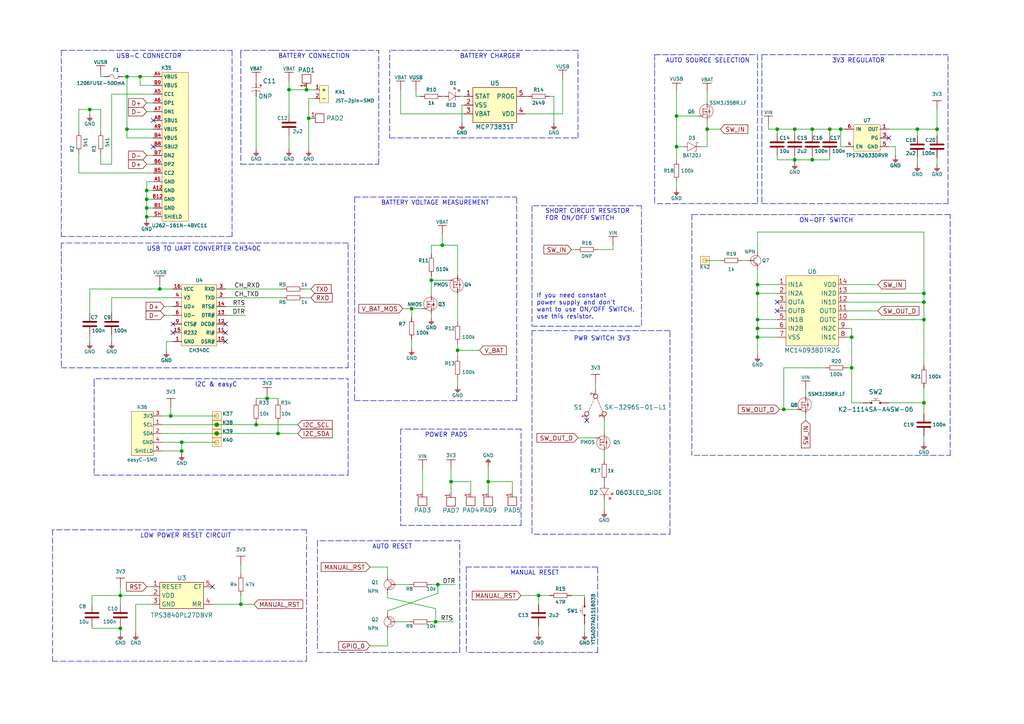
<source format=kicad_sch>
(kicad_sch (version 20211123) (generator eeschema)
  (paper "A4")
  (title_block (title "Soldered Inkplate 6COLOR") (date "2022-12-09") (rev "V1.2.0.") (company "SOLDERED") (comment 1 "333238"))
  (lib_symbols
    (symbol "e-radionica.com schematics:0402LED" (pin_numbers hide) (pin_names (offset 0.254) hide)
      (property "Reference" "D" (at -0.635 2.54 0))
      (property "Value" "0402LED" (at 0 -2.54 0))
      (symbol "0402LED_1_1"
        (pin passive line (at -1.905 0 0) (length 1.27) (name "A") (number "1"))
        (pin passive line (at 2.54 0 180) (length 1.27) (name "K") (number "2"))
      )
    )
    (symbol "e-radionica.com schematics:0603C" (pin_numbers hide) (pin_names (offset 0.002))
      (property "Reference" "C" (at 0 3.81 0))
      (property "Value" "0603C" (at 0 -3.175 0))
      (symbol "0603C_1_1"
        (pin passive line (at -3.175 0 0) (length 2.54) (name "~") (number "1"))
        (pin passive line (at 3.175 0 180) (length 2.54) (name "~") (number "2"))
      )
    )
    (symbol "e-radionica.com schematics:0603LED_SIDE" (pin_numbers hide) (pin_names hide)
      (property "Reference" "D" (at -1.27 2.54 0))
      (property "Value" "0603LED_SIDE" (at 0 -2.286 0))
      (symbol "0603LED_SIDE_1_1"
        (pin passive line (at -2.54 0 0) (length 1.27) (name "A") (number "1"))
        (pin passive line (at 1.905 0 180) (length 1.27) (name "K") (number "2"))
      )
    )
    (symbol "e-radionica.com schematics:0603R" (pin_numbers hide) (pin_names (offset 0.254))
      (property "Reference" "R" (at 0 1.27 0))
      (property "Value" "0603R" (at 0 -1.905 0))
      (symbol "0603R_1_1"
        (pin passive line (at -3.175 0 0) (length 1.27) (name "~") (number "1"))
        (pin passive line (at 3.175 0 180) (length 1.27) (name "~") (number "2"))
      )
    )
    (symbol "e-radionica.com schematics:1206C" (pin_numbers hide)
      (property "Reference" "C" (at 0 3.81 0))
      (property "Value" "1206C" (at 0 -3.175 0))
      (symbol "1206C_1_1"
        (pin passive line (at -3.175 0 0) (length 2.54) (name "~") (number "1"))
        (pin passive line (at 3.175 0 180) (length 2.54) (name "~") (number "2"))
      )
    )
    (symbol "e-radionica.com schematics:1206FUSE" (pin_numbers hide) (pin_names hide)
      (property "Reference" "F" (at -1.27 1.905 0))
      (property "Value" "1206FUSE" (at 0 -1.905 0))
      (symbol "1206FUSE_1_1"
        (pin passive line (at -2.54 0 0) (length 1.27) (name "~") (number "1"))
        (pin passive line (at 2.54 0 180) (length 1.27) (name "~") (number "2"))
      )
    )
    (symbol "e-radionica.com schematics:2917C" (pin_numbers hide) (pin_names hide)
      (property "Reference" "C?" (at 0 0 0))
      (property "Value" "2917C" (at 0 0 0))
      (symbol "2917C_0_0"
        (text "+" (at -0.635 -1.27 0) (effects (font (size 1 1))))
      )
      (symbol "2917C_1_1"
        (pin input line (at -1.27 -2.54 0) (length 1.27) (name "+") (number "1"))
        (pin input line (at 2.54 -2.54 180) (length 1.8) (name "-") (number "2"))
      )
    )
    (symbol "e-radionica.com schematics:3V3" (power) (pin_names (offset 0))
      (property "Value" "3V3" (at 0 3.556 0))
      (symbol "3V3_1_1"
        (pin power_in line (at 0 0 90) (length 0) hide (name "3V3") (number "1"))
      )
    )
    (symbol "e-radionica.com schematics:BAT20J" (pin_numbers hide) (pin_names hide)
      (property "Reference" "D" (at 0 2.54 0))
      (property "Value" "BAT20J" (at 0 -2.54 0))
      (symbol "BAT20J_1_1"
        (pin input line (at -2.54 0 0) (length 1.27) (name "A") (number "1"))
        (pin input line (at 2.54 0 180) (length 1.27) (name "C") (number "2"))
      )
    )
    (symbol "e-radionica.com schematics:CH340C"
      (property "Reference" "U" (at -3.81 10.16 0))
      (property "Value" "CH340C" (at 0 -10.16 0))
      (symbol "CH340C_1_1"
        (pin passive line (at -7.62 -7.62 0) (length 2.54) (name "GND") (number "1"))
        (pin passive line (at 7.62 -7.62 180) (length 2.54) (name "DSR#") (number "10"))
        (pin passive line (at 7.62 -5.08 180) (length 2.54) (name "RI#") (number "11"))
        (pin passive line (at 7.62 -2.54 180) (length 2.54) (name "DCD#") (number "12"))
        (pin passive line (at 7.62 0 180) (length 2.54) (name "DTR#") (number "13"))
        (pin passive line (at 7.62 2.54 180) (length 2.54) (name "RTS#") (number "14"))
        (pin passive line (at -7.62 -5.08 0) (length 2.54) (name "R232") (number "15"))
        (pin passive line (at -7.62 7.62 0) (length 2.54) (name "VCC") (number "16"))
        (pin passive line (at 7.62 5.08 180) (length 2.54) (name "TXD") (number "2"))
        (pin passive line (at 7.62 7.62 180) (length 2.54) (name "RXD") (number "3"))
        (pin passive line (at -7.62 5.08 0) (length 2.54) (name "V3") (number "4"))
        (pin passive line (at -7.62 2.54 0) (length 2.54) (name "UD+") (number "5"))
        (pin passive line (at -7.62 0 0) (length 2.54) (name "UD-") (number "6"))
        (pin passive line (at -7.62 -2.54 0) (length 2.54) (name "CTS#") (number "9"))
      )
    )
    (symbol "e-radionica.com schematics:GND" (power) (pin_names (offset 0))
      (property "Value" "GND" (at 0 -2.921 0))
      (symbol "GND_1_1"
        (pin power_in line (at 0 0 270) (length 0) hide (name "GND") (number "1"))
      )
    )
    (symbol "e-radionica.com schematics:HEADER_MALE_1X1_Inkplate" (pin_numbers hide) (pin_names hide)
      (property "Reference" "K" (at 0 2.54 0))
      (property "Value" "HEADER_MALE_1X1_Inkplate" (at 0 -2.54 0))
      (symbol "HEADER_MALE_1X1_Inkplate_1_1"
        (pin passive line (at 0 0 180) (length 0) (name "~") (number "1"))
      )
    )
    (symbol "e-radionica.com schematics:JST-2pin-SMD"
      (property "Reference" "K" (at 0 3.81 0))
      (property "Value" "JST-2pin-SMD" (at 1.27 -3.81 0))
      (symbol "JST-2pin-SMD_1_1"
        (pin passive line (at 2.54 -1.27 180) (length 1.27) (name "+") (number "1"))
        (pin passive line (at 2.54 1.27 180) (length 1.27) (name "-") (number "2"))
      )
    )
    (symbol "e-radionica.com schematics:K2-1114SA-A4SW-06" (pin_numbers hide) (pin_names hide)
      (property "Reference" "SW" (at 0 2.54 0))
      (property "Value" "K2-1114SA-A4SW-06" (at 0 -2.54 0))
      (symbol "K2-1114SA-A4SW-06_1_1"
        (pin passive line (at -3.81 0 0) (length 2.54) (name "~") (number "1"))
        (pin passive line (at 3.81 0 180) (length 2.54) (name "~") (number "2"))
      )
    )
    (symbol "e-radionica.com schematics:MC14093BDTR2G"
      (property "Reference" "U" (at 0 15.24 0))
      (property "Value" "MC14093BDTR2G" (at 0 -7.62 0))
      (symbol "MC14093BDTR2G_1_1"
        (pin output line (at -10.16 11.43 0) (length 2.54) (name "IN1A") (number "1"))
        (pin output line (at 10.16 1.27 180) (length 2.54) (name "OUTC") (number "10"))
        (pin output line (at 10.16 3.81 180) (length 2.54) (name "OUTD") (number "11"))
        (pin output line (at 10.16 6.35 180) (length 2.54) (name "IN1D") (number "12"))
        (pin output line (at 10.16 8.89 180) (length 2.54) (name "IN2D") (number "13"))
        (pin output line (at 10.16 11.43 180) (length 2.54) (name "VDD") (number "14"))
        (pin output line (at -10.16 8.89 0) (length 2.54) (name "IN2A") (number "2"))
        (pin output line (at -10.16 6.35 0) (length 2.54) (name "OUTA") (number "3"))
        (pin output line (at -10.16 3.81 0) (length 2.54) (name "OUTB") (number "4"))
        (pin output line (at -10.16 1.27 0) (length 2.54) (name "IN1B") (number "5"))
        (pin output line (at -10.16 -1.27 0) (length 2.54) (name "IN2B") (number "6"))
        (pin output line (at -10.16 -3.81 0) (length 2.54) (name "VSS") (number "7"))
        (pin output line (at 10.16 -3.81 180) (length 2.54) (name "IN1C") (number "8"))
        (pin output line (at 10.16 -1.27 180) (length 2.54) (name "IN2C") (number "9"))
      )
    )
    (symbol "e-radionica.com schematics:MCP73831T"
      (property "Reference" "U" (at 0 6.35 0))
      (property "Value" "MCP73831T" (at 0 -6.35 0))
      (symbol "MCP73831T_1_1"
        (pin output line (at -8.89 2.54 0) (length 2.54) (name "STAT") (number "1"))
        (pin output line (at -8.89 0 0) (length 2.54) (name "VSS") (number "2"))
        (pin output line (at -8.89 -2.54 0) (length 2.54) (name "VBAT") (number "3"))
        (pin output line (at 8.89 -2.54 180) (length 2.54) (name "VDD") (number "4"))
        (pin output line (at 8.89 2.54 180) (length 2.54) (name "PROG") (number "5"))
      )
    )
    (symbol "e-radionica.com schematics:NMOS-SOT-23-3" (pin_numbers hide) (pin_names hide)
      (property "Reference" "Q" (at -1.143 2.921 0))
      (property "Value" "NMOS-SOT-23-3" (at 1.524 -3.937 0))
      (symbol "NMOS-SOT-23-3_1_1"
        (pin passive line (at -1.27 -1.27 0) (length 1.27) (name "G") (number "1"))
        (pin passive line (at 1.27 -2.54 90) (length 1.27) (name "S") (number "2"))
        (pin passive line (at 1.27 2.54 270) (length 1.27) (name "D") (number "3"))
      )
    )
    (symbol "e-radionica.com schematics:NPN-SOT-23-3" (pin_numbers hide) (pin_names hide)
      (property "Reference" "Q" (at -2.286 2.921 0))
      (property "Value" "NPN-SOT-23-3" (at 0 -3.81 0))
      (symbol "NPN-SOT-23-3_1_1"
        (pin passive line (at -2.54 0 0) (length 1.27) (name "B") (number "1"))
        (pin passive line (at 0 -2.54 90) (length 1.27) (name "E") (number "2"))
        (pin passive line (at 0 2.54 270) (length 1.27) (name "C") (number "3"))
      )
    )
    (symbol "e-radionica.com schematics:PAD_4x4"
      (property "Reference" "PAD" (at 0 2.54 0))
      (property "Value" "PAD_4x4" (at 0 -2.54 0))
      (symbol "PAD_4x4_1_1"
        (pin passive line (at -2.54 0 0) (length 1.27) (name "") (number "1"))
      )
    )
    (symbol "e-radionica.com schematics:PMOS-SOT-23-3" (pin_numbers hide) (pin_names hide)
      (property "Reference" "Q" (at -1.27 2.54 0))
      (property "Value" "PMOS-SOT-23-3" (at 0.381 -4.064 0))
      (symbol "PMOS-SOT-23-3_1_1"
        (pin passive line (at -1.27 -1.27 0) (length 1.27) (name "G") (number "1"))
        (pin passive line (at 1.27 -2.54 90) (length 1.27) (name "S") (number "2"))
        (pin passive line (at 1.27 2.54 270) (length 1.27) (name "D") (number "3"))
      )
    )
    (symbol "e-radionica.com schematics:SK-3296S-01-L1"
      (property "Reference" "S" (at 0 3.81 0))
      (property "Value" "SK-3296S-01-L1" (at 0 -6.35 0))
      (symbol "SK-3296S-01-L1_1_1"
        (pin input inverted (at 3.81 2.54 180) (length 2.54) (name "") (number "1"))
        (pin input inverted (at -5.08 0 0) (length 2.54) (name "") (number "2"))
        (pin input inverted (at 3.81 -2.54 180) (length 2.54) (name "") (number "3"))
      )
    )
    (symbol "e-radionica.com schematics:TPS3840PL27DBVR"
      (property "Reference" "U" (at 0 5.08 0))
      (property "Value" "TPS3840PL27DBVR" (at 0 -5.08 0))
      (symbol "TPS3840PL27DBVR_1_1"
        (pin input line (at -8.89 2.54 0) (length 2.54) (name "RESET") (number "1"))
        (pin input line (at -8.89 0 0) (length 2.54) (name "VDD") (number "2"))
        (pin input line (at -8.89 -2.54 0) (length 2.54) (name "GND") (number "3"))
        (pin input line (at 8.89 -2.54 180) (length 2.54) (name "MR") (number "4"))
        (pin input line (at 8.89 2.54 180) (length 2.54) (name "CT") (number "5"))
      )
    )
    (symbol "e-radionica.com schematics:TPS7A2633DRVR"
      (property "Reference" "U" (at -3.175 5.08 0))
      (property "Value" "TPS7A2633DRVR" (at 0 -5.08 0))
      (symbol "TPS7A2633DRVR_1_1"
        (pin passive line (at 6.35 2.54 180) (length 2.54) (name "OUT") (number "1"))
        (pin passive line (at 6.35 0 180) (length 2.54) (name "PG") (number "3"))
        (pin passive line (at -6.35 -2.54 0) (length 2.54) (name "EN") (number "4"))
        (pin passive line (at 6.35 -2.54 180) (length 2.54) (name "GND") (number "5"))
        (pin passive line (at -6.35 2.54 0) (length 2.54) (name "IN") (number "6"))
      )
    )
    (symbol "e-radionica.com schematics:U262-161N-4BVC11"
      (property "Reference" "K" (at 0 22.86 0))
      (property "Value" "U262-161N-4BVC11" (at 2.54 -22.86 0))
      (symbol "U262-161N-4BVC11_1_1"
        (pin passive line (at -3.81 -10.16 0) (length 2.54) (name "GND") (number "A1"))
        (pin passive line (at -3.81 -12.7 0) (length 2.54) (name "GND") (number "A12"))
        (pin passive line (at -3.81 20.32 0) (length 2.54) (name "VBUS") (number "A4"))
        (pin passive line (at -3.81 15.24 0) (length 2.54) (name "CC1") (number "A5"))
        (pin passive line (at -3.81 12.7 0) (length 2.54) (name "DP1") (number "A6"))
        (pin passive line (at -3.81 10.16 0) (length 2.54) (name "DN1") (number "A7"))
        (pin passive line (at -3.81 7.62 0) (length 2.54) (name "SBU1") (number "A8"))
        (pin passive line (at -3.81 5.08 0) (length 2.54) (name "VBUS") (number "A9"))
        (pin passive line (at -3.81 -17.78 0) (length 2.54) (name "GND") (number "B1"))
        (pin passive line (at -3.81 -15.24 0) (length 2.54) (name "GND") (number "B12"))
        (pin passive line (at -3.81 2.54 0) (length 2.54) (name "VBUS") (number "B4"))
        (pin passive line (at -3.81 -7.62 0) (length 2.54) (name "CC2") (number "B5"))
        (pin passive line (at -3.81 -5.08 0) (length 2.54) (name "DP2") (number "B6"))
        (pin passive line (at -3.81 -2.54 0) (length 2.54) (name "DN2") (number "B7"))
        (pin passive line (at -3.81 0 0) (length 2.54) (name "SBU2") (number "B8"))
        (pin passive line (at -3.81 17.78 0) (length 2.54) (name "VBUS") (number "B9"))
        (pin passive line (at -3.81 -20.32 0) (length 2.54) (name "SHIELD") (number "SH"))
      )
    )
    (symbol "e-radionica.com schematics:VBAT" (power) (pin_names (offset 0))
      (property "Value" "VBAT" (at 0 3.556 0))
      (symbol "VBAT_1_1"
        (pin power_in line (at 0 0 90) (length 0) hide (name "VBAT") (number "1"))
      )
    )
    (symbol "e-radionica.com schematics:VIN" (power) (pin_names (offset 0))
      (property "Value" "VIN" (at 0 3.556 0))
      (symbol "VIN_1_1"
        (pin power_in line (at 0 0 90) (length 0) hide (name "VIN") (number "1"))
      )
    )
    (symbol "e-radionica.com schematics:VUSB" (power) (pin_names (offset 0))
      (property "Value" "VUSB" (at 0 3.556 0))
      (symbol "VUSB_1_1"
        (pin power_in line (at 0 0 90) (length 0) hide (name "VUSB") (number "1"))
      )
    )
    (symbol "e-radionica.com schematics:YTSA007A0151803B" (pin_numbers hide) (pin_names hide)
      (property "Reference" "SW" (at -1.016 2.286 0))
      (property "Value" "YTSA007A0151803B" (at 1.778 -2.032 0))
      (symbol "YTSA007A0151803B_1_1"
        (pin passive line (at -2.54 0 0) (length 2.54) (name "~") (number "1"))
        (pin passive line (at 5.08 0 180) (length 2.54) (name "~") (number "2"))
      )
    )
    (symbol "e-radionica.com schematics:easyC-SMD" (pin_names (offset 0.002))
      (property "Reference" "K" (at 0 10.16 0))
      (property "Value" "easyC-SMD" (at 0 -5.08 0))
      (symbol "easyC-SMD_1_1"
        (pin passive line (at 5.715 5.08 180) (length 2.54) (name "SCL") (number "1"))
        (pin passive line (at 5.715 2.54 180) (length 2.54) (name "SDA") (number "2"))
        (pin passive line (at 5.715 7.62 180) (length 2.54) (name "3V3") (number "3"))
        (pin passive line (at 5.715 0 180) (length 2.54) (name "GND") (number "4"))
        (pin passive line (at 5.715 -2.54 180) (length 2.54) (name "SHIELD") (number "5"))
      )
    )
  )
  (junction (at 230.505 37.465))
  (junction (at 266.065 37.465))
  (junction (at 141.605 139.7))
  (junction (at 42.545 60.325) (diameter 0.9144))
  (junction (at 62.865 123.19))
  (junction (at 49.53 120.65))
  (junction (at 225.425 37.465))
  (junction (at 83.82 26.035))
  (junction (at 34.925 172.72))
  (junction (at 247.015 97.79))
  (junction (at 156.21 172.72))
  (junction (at 230.505 46.355))
  (junction (at 74.295 123.19))
  (junction (at 42.545 62.865) (diameter 0.9144))
  (junction (at 52.705 128.27))
  (junction (at 196.215 42.545))
  (junction (at 119.38 89.535))
  (junction (at 219.71 92.71))
  (junction (at 26.035 31.75) (diameter 0.9144))
  (junction (at 235.585 46.355))
  (junction (at 40.64 22.225) (diameter 0.9144))
  (junction (at 127 169.545))
  (junction (at 42.545 57.785) (diameter 0.9144))
  (junction (at 130.81 139.7))
  (junction (at 219.71 85.09))
  (junction (at 267.97 85.09))
  (junction (at 267.97 92.71))
  (junction (at 243.84 37.465))
  (junction (at 77.47 115.57))
  (junction (at 62.865 125.73))
  (junction (at 240.665 37.465))
  (junction (at 80.645 125.73))
  (junction (at 247.015 106.68))
  (junction (at 205.105 37.465))
  (junction (at 34.925 182.245))
  (junction (at 88.9 26.035))
  (junction (at 36.83 37.465) (diameter 0.9144))
  (junction (at 132.715 101.6))
  (junction (at 125.095 81.28))
  (junction (at 52.705 130.81))
  (junction (at 219.71 82.55))
  (junction (at 227.33 118.745))
  (junction (at 235.585 37.465))
  (junction (at 46.355 83.82))
  (junction (at 219.71 95.25))
  (junction (at 219.71 97.79))
  (junction (at 196.215 33.655))
  (junction (at 271.78 37.465))
  (junction (at 42.545 55.245) (diameter 0.9144))
  (junction (at 89.535 34.29))
  (junction (at 128.27 71.12))
  (junction (at 69.85 175.26))
  (junction (at 126.365 180.34))
  (junction (at 267.97 87.63))
  (junction (at 267.97 116.84))
  (junction (at 36.83 22.225) (diameter 0.9144))
  (no_connect (at 65.405 99.06))
  (no_connect (at 50.165 96.52))
  (no_connect (at 44.45 34.925))
  (no_connect (at 44.45 42.545))
  (no_connect (at 65.405 93.98))
  (no_connect (at 225.425 90.17))
  (no_connect (at 65.405 96.52))
  (no_connect (at 257.81 40.005))
  (no_connect (at 61.595 170.18))
  (no_connect (at 50.165 93.98))
  (no_connect (at 170.18 121.92))
  (no_connect (at 225.425 87.63))
  (polyline (pts (xy 79.375 14.605) (xy 69.85 14.605)))
  (wire (pts (xy 225.425 95.25) (xy 219.71 95.25)))
  (polyline (pts (xy 116.205 152.4) (xy 151.13 152.4)))
  (wire (pts (xy 267.97 112.395) (xy 267.97 116.84)))
  (wire (pts (xy 22.86 31.75) (xy 26.035 31.75)))
  (wire (pts (xy 34.925 170.18) (xy 34.925 172.72)))
  (wire (pts (xy 74.295 23.495) (xy 74.295 24.13)))
  (wire (pts (xy 271.78 31.75) (xy 271.78 37.465)))
  (wire (pts (xy 26.035 31.75) (xy 29.21 31.75)))
  (wire (pts (xy 83.82 23.495) (xy 83.82 26.035)))
  (wire (pts (xy 148.59 139.7) (xy 141.605 139.7)))
  (wire (pts (xy 136.525 139.7) (xy 130.81 139.7)))
  (polyline (pts (xy 154.94 154.94) (xy 194.31 154.94)))
  (wire (pts (xy 151.13 172.72) (xy 156.21 172.72)))
  (wire (pts (xy 219.71 85.09) (xy 219.71 92.71)))
  (wire (pts (xy 225.425 46.355) (xy 230.505 46.355)))
  (wire (pts (xy 34.925 172.72) (xy 43.815 172.72)))
  (wire (pts (xy 226.06 118.745) (xy 227.33 118.745)))
  (wire (pts (xy 122.555 89.535) (xy 119.38 89.535)))
  (wire (pts (xy 219.71 95.25) (xy 219.71 97.79)))
  (polyline (pts (xy 109.855 47.625) (xy 109.855 14.605)))
  (wire (pts (xy 132.715 99.695) (xy 132.715 101.6)))
  (polyline (pts (xy 102.87 57.15) (xy 102.87 116.205)))
  (wire (pts (xy 257.81 42.545) (xy 259.715 42.545)))
  (wire (pts (xy 48.26 101.6) (xy 48.26 99.06)))
  (wire (pts (xy 245.745 85.09) (xy 267.97 85.09)))
  (polyline (pts (xy 154.305 59.69) (xy 154.305 94.615)))
  (wire (pts (xy 132.715 109.855) (xy 132.715 111.76)))
  (wire (pts (xy 125.095 80.01) (xy 125.095 81.28)))
  (wire (pts (xy 42.545 57.785) (xy 44.45 57.785)))
  (wire (pts (xy 88.9 25.4) (xy 88.9 26.035)))
  (wire (pts (xy 61.595 175.26) (xy 69.85 175.26)))
  (wire (pts (xy 159.385 27.94) (xy 160.655 27.94)))
  (wire (pts (xy 219.71 82.55) (xy 219.71 85.09)))
  (wire (pts (xy 114.935 169.545) (xy 118.745 169.545)))
  (wire (pts (xy 219.71 67.31) (xy 267.97 67.31)))
  (wire (pts (xy 107.315 187.325) (xy 112.395 187.325)))
  (wire (pts (xy 141.605 139.7) (xy 141.605 135.255)))
  (wire (pts (xy 205.105 37.465) (xy 205.105 42.545)))
  (polyline (pts (xy 102.87 116.205) (xy 149.86 116.205)))
  (wire (pts (xy 42.545 52.705) (xy 42.545 55.245)))
  (wire (pts (xy 40.64 22.225) (xy 44.45 22.225)))
  (wire (pts (xy 205.105 26.67) (xy 205.105 29.845)))
  (polyline (pts (xy 92.075 189.23) (xy 133.35 189.23)))
  (wire (pts (xy 29.21 44.45) (xy 29.21 47.625)))
  (wire (pts (xy 80.645 116.205) (xy 80.645 115.57)))
  (wire (pts (xy 250.19 116.84) (xy 247.015 116.84)))
  (wire (pts (xy 132.715 101.6) (xy 139.065 101.6)))
  (wire (pts (xy 44.45 52.705) (xy 42.545 52.705)))
  (wire (pts (xy 47.625 91.44) (xy 50.165 91.44)))
  (wire (pts (xy 196.215 52.705) (xy 196.215 54.61)))
  (wire (pts (xy 88.265 86.36) (xy 90.17 86.36)))
  (polyline (pts (xy 154.305 95.885) (xy 154.305 154.94)))
  (wire (pts (xy 172.72 111.125) (xy 172.72 113.03)))
  (wire (pts (xy 36.83 37.465) (xy 36.83 40.005)))
  (wire (pts (xy 163.195 22.86) (xy 163.195 33.02)))
  (wire (pts (xy 132.715 71.12) (xy 128.27 71.12)))
  (polyline (pts (xy 54.61 109.855) (xy 27.305 109.855)))
  (wire (pts (xy 65.405 91.44) (xy 71.12 91.44)))
  (wire (pts (xy 42.545 60.325) (xy 44.45 60.325)))
  (wire (pts (xy 271.78 45.72) (xy 271.78 47.625)))
  (polyline (pts (xy 67.31 14.605) (xy 67.31 68.58)) (stroke (width 0) (type dash)))
  (wire (pts (xy 116.84 89.535) (xy 119.38 89.535)))
  (wire (pts (xy 227.33 118.745) (xy 231.14 118.745)))
  (wire (pts (xy 245.745 90.17) (xy 254.635 90.17)))
  (wire (pts (xy 204.47 75.565) (xy 208.915 75.565)))
  (wire (pts (xy 225.425 37.465) (xy 230.505 37.465)))
  (polyline (pts (xy 219.71 59.055) (xy 189.865 59.055)))
  (wire (pts (xy 121.92 27.94) (xy 120.65 27.94)))
  (wire (pts (xy 245.745 106.68) (xy 247.015 106.68)))
  (wire (pts (xy 175.26 130.81) (xy 175.26 133.35)))
  (wire (pts (xy 266.065 37.465) (xy 266.065 39.37)))
  (wire (pts (xy 40.64 24.765) (xy 40.64 22.225)))
  (polyline (pts (xy 133.35 189.23) (xy 133.35 156.845)))
  (wire (pts (xy 46.99 123.19) (xy 62.865 123.19)))
  (wire (pts (xy 52.705 128.27) (xy 52.705 130.81)))
  (polyline (pts (xy 194.31 95.885) (xy 154.305 95.885)))
  (polyline (pts (xy 69.85 47.625) (xy 109.855 47.625)))
  (wire (pts (xy 230.505 37.465) (xy 230.505 38.735)))
  (wire (pts (xy 196.215 33.655) (xy 202.565 33.655)))
  (wire (pts (xy 26.035 90.805) (xy 26.035 83.82)))
  (polyline (pts (xy 186.055 59.69) (xy 154.305 59.69)))
  (wire (pts (xy 219.71 73.025) (xy 219.71 67.31)))
  (wire (pts (xy 42.545 60.325) (xy 42.545 62.865)))
  (wire (pts (xy 74.295 123.19) (xy 86.36 123.19)))
  (polyline (pts (xy 113.03 40.005) (xy 167.64 40.005)))
  (wire (pts (xy 125.095 90.805) (xy 125.095 92.075)))
  (polyline (pts (xy 69.85 15.24) (xy 69.85 47.625)))
  (wire (pts (xy 89.535 28.575) (xy 91.44 28.575)))
  (polyline (pts (xy 88.9 191.77) (xy 88.9 189.23)))
  (wire (pts (xy 130.81 135.89) (xy 130.81 139.7)))
  (wire (pts (xy 257.81 37.465) (xy 266.065 37.465)))
  (wire (pts (xy 259.715 42.545) (xy 259.715 45.085)))
  (wire (pts (xy 235.585 37.465) (xy 235.585 38.735)))
  (wire (pts (xy 32.385 27.305) (xy 44.45 27.305)))
  (wire (pts (xy 245.745 97.79) (xy 247.015 97.79)))
  (wire (pts (xy 83.82 26.035) (xy 88.9 26.035)))
  (wire (pts (xy 222.885 37.465) (xy 225.425 37.465)))
  (wire (pts (xy 245.745 87.63) (xy 267.97 87.63)))
  (wire (pts (xy 80.645 125.73) (xy 86.36 125.73)))
  (wire (pts (xy 44.45 24.765) (xy 40.64 24.765)))
  (polyline (pts (xy 149.86 116.205) (xy 149.86 57.15)))
  (polyline (pts (xy 15.24 153.67) (xy 15.24 191.77)))
  (wire (pts (xy 133.985 30.48) (xy 133.985 35.56)))
  (wire (pts (xy 34.925 175.26) (xy 34.925 172.72)))
  (wire (pts (xy 62.865 125.73) (xy 80.645 125.73)))
  (wire (pts (xy 196.215 42.545) (xy 196.215 46.355)))
  (wire (pts (xy 42.545 62.865) (xy 42.545 63.5)))
  (polyline (pts (xy 100.965 70.485) (xy 17.78 70.485)))
  (polyline (pts (xy 135.89 189.23) (xy 173.355 189.23)))
  (polyline (pts (xy 186.055 69.85) (xy 186.055 59.69)))
  (wire (pts (xy 65.405 88.9) (xy 71.12 88.9)))
  (wire (pts (xy 165.735 72.39) (xy 167.005 72.39)))
  (wire (pts (xy 34.925 181.61) (xy 34.925 182.245)))
  (polyline (pts (xy 189.865 15.875) (xy 219.71 15.875)))
  (wire (pts (xy 132.715 85.09) (xy 132.715 93.345)))
  (wire (pts (xy 225.425 45.085) (xy 225.425 46.355)))
  (wire (pts (xy 74.295 122.555) (xy 74.295 123.19)))
  (wire (pts (xy 89.535 43.18) (xy 89.535 34.29)))
  (wire (pts (xy 152.4 27.94) (xy 153.035 27.94)))
  (wire (pts (xy 247.015 116.84) (xy 247.015 106.68)))
  (wire (pts (xy 44.45 50.165) (xy 22.86 50.165)))
  (polyline (pts (xy 15.24 191.77) (xy 88.9 191.77)))
  (wire (pts (xy 271.78 37.465) (xy 266.065 37.465)))
  (wire (pts (xy 239.395 106.68) (xy 227.33 106.68)))
  (wire (pts (xy 119.38 98.425) (xy 119.38 100.965)))
  (wire (pts (xy 247.015 106.68) (xy 247.015 97.79)))
  (polyline (pts (xy 189.865 15.875) (xy 189.865 59.055)))
  (wire (pts (xy 42.545 55.245) (xy 44.45 55.245)))
  (wire (pts (xy 175.26 139.7) (xy 175.26 140.335)))
  (wire (pts (xy 62.865 123.19) (xy 74.295 123.19)))
  (wire (pts (xy 225.425 82.55) (xy 219.71 82.55)))
  (wire (pts (xy 125.095 71.12) (xy 125.095 73.66)))
  (wire (pts (xy 175.26 121.92) (xy 175.26 125.73)))
  (polyline (pts (xy 88.9 153.67) (xy 15.24 153.67)))
  (wire (pts (xy 36.83 37.465) (xy 36.83 22.225)))
  (wire (pts (xy 80.645 115.57) (xy 77.47 115.57)))
  (polyline (pts (xy 17.78 14.605) (xy 17.78 68.58)) (stroke (width 0) (type dash)))
  (wire (pts (xy 235.585 46.355) (xy 230.505 46.355)))
  (polyline (pts (xy 100.965 137.795) (xy 100.965 109.855)))
  (wire (pts (xy 240.665 37.465) (xy 243.84 37.465)))
  (wire (pts (xy 132.715 101.6) (xy 132.715 103.505)))
  (wire (pts (xy 119.38 89.535) (xy 119.38 92.075)))
  (wire (pts (xy 177.8 71.12) (xy 177.8 72.39)))
  (wire (pts (xy 243.84 42.545) (xy 243.84 37.465)))
  (wire (pts (xy 133.35 27.94) (xy 134.62 27.94)))
  (wire (pts (xy 126.365 180.34) (xy 131.445 180.34)))
  (wire (pts (xy 49.53 120.65) (xy 62.865 120.65)))
  (wire (pts (xy 196.215 33.655) (xy 196.215 42.545)))
  (wire (pts (xy 227.33 106.68) (xy 227.33 118.745)))
  (wire (pts (xy 235.585 45.085) (xy 235.585 46.355)))
  (polyline (pts (xy 27.305 109.855) (xy 27.305 110.49)))
  (wire (pts (xy 169.545 180.975) (xy 169.545 183.515)))
  (polyline (pts (xy 151.13 152.4) (xy 151.13 124.46)))
  (wire (pts (xy 88.9 26.035) (xy 91.44 26.035)))
  (wire (pts (xy 65.405 83.82) (xy 81.915 83.82)))
  (polyline (pts (xy 17.78 14.605) (xy 67.31 14.605)) (stroke (width 0) (type dash)))
  (wire (pts (xy 230.505 37.465) (xy 235.585 37.465)))
  (wire (pts (xy 39.37 175.26) (xy 43.815 175.26)))
  (polyline (pts (xy 113.03 15.875) (xy 113.03 40.005)))
  (wire (pts (xy 112.395 177.165) (xy 112.395 177.8)))
  (wire (pts (xy 225.425 92.71) (xy 219.71 92.71)))
  (wire (pts (xy 46.99 120.65) (xy 49.53 120.65)))
  (wire (pts (xy 26.035 31.75) (xy 26.035 33.02)))
  (polyline (pts (xy 54.61 109.855) (xy 100.965 109.855)))
  (polyline (pts (xy 88.9 189.23) (xy 88.9 153.67)))
  (wire (pts (xy 160.655 27.94) (xy 160.655 35.56)))
  (polyline (pts (xy 201.295 132.08) (xy 275.59 132.08)))
  (polyline (pts (xy 113.03 14.605) (xy 113.03 15.24)))
  (wire (pts (xy 196.215 26.67) (xy 196.215 33.655)))
  (wire (pts (xy 42.545 32.385) (xy 44.45 32.385)))
  (wire (pts (xy 141.605 142.875) (xy 141.605 139.7)))
  (wire (pts (xy 134.62 30.48) (xy 133.985 30.48)))
  (wire (pts (xy 127 169.545) (xy 132.08 169.545)))
  (polyline (pts (xy 17.78 74.93) (xy 17.78 74.93)))
  (wire (pts (xy 173.355 72.39) (xy 177.8 72.39)))
  (wire (pts (xy 47.625 88.9) (xy 50.165 88.9)))
  (polyline (pts (xy 275.59 132.08) (xy 275.59 62.23)))
  (wire (pts (xy 267.97 85.09) (xy 267.97 87.63)))
  (wire (pts (xy 156.21 181.61) (xy 156.21 183.515)))
  (wire (pts (xy 39.37 183.515) (xy 39.37 175.26)))
  (wire (pts (xy 46.99 128.27) (xy 52.705 128.27)))
  (wire (pts (xy 127 172.085) (xy 112.395 177.165)))
  (wire (pts (xy 44.45 62.865) (xy 42.545 62.865)))
  (polyline (pts (xy 151.13 124.46) (xy 116.205 124.46)))
  (wire (pts (xy 120.65 26.035) (xy 120.65 27.94)))
  (wire (pts (xy 163.195 33.02) (xy 152.4 33.02)))
  (wire (pts (xy 35.56 22.225) (xy 36.83 22.225)))
  (wire (pts (xy 46.355 82.55) (xy 46.355 83.82)))
  (wire (pts (xy 77.47 115.57) (xy 77.47 114.935)))
  (wire (pts (xy 165.735 172.72) (xy 169.545 172.72)))
  (wire (pts (xy 136.525 142.875) (xy 136.525 139.7)))
  (polyline (pts (xy 17.78 106.68) (xy 100.965 106.68)))
  (wire (pts (xy 112.395 164.465) (xy 112.395 167.005)))
  (polyline (pts (xy 133.35 156.845) (xy 92.075 156.845)))
  (wire (pts (xy 32.385 90.805) (xy 32.385 86.36)))
  (wire (pts (xy 235.585 37.465) (xy 240.665 37.465)))
  (polyline (pts (xy 274.955 59.055) (xy 274.955 15.875)))
  (wire (pts (xy 44.45 40.005) (xy 36.83 40.005)))
  (polyline (pts (xy 27.305 110.49) (xy 27.305 137.795)))
  (wire (pts (xy 32.385 97.155) (xy 32.385 99.06)))
  (wire (pts (xy 266.065 45.72) (xy 266.065 47.625)))
  (wire (pts (xy 222.885 37.465) (xy 222.885 36.195)))
  (wire (pts (xy 230.505 45.085) (xy 230.505 46.355)))
  (polyline (pts (xy 173.355 164.465) (xy 135.255 164.465)))
  (wire (pts (xy 245.745 92.71) (xy 267.97 92.71)))
  (polyline (pts (xy 194.31 154.94) (xy 194.31 95.885)))
  (wire (pts (xy 29.21 47.625) (xy 32.385 47.625)))
  (wire (pts (xy 156.21 175.26) (xy 156.21 172.72)))
  (wire (pts (xy 107.315 164.465) (xy 112.395 164.465)))
  (wire (pts (xy 42.545 47.625) (xy 44.45 47.625)))
  (wire (pts (xy 205.105 42.545) (xy 203.2 42.545)))
  (wire (pts (xy 127 169.545) (xy 127 172.085)))
  (wire (pts (xy 169.545 172.72) (xy 169.545 173.355)))
  (wire (pts (xy 240.665 37.465) (xy 240.665 38.735)))
  (wire (pts (xy 80.645 122.555) (xy 80.645 125.73)))
  (wire (pts (xy 247.015 97.79) (xy 247.015 95.25)))
  (wire (pts (xy 240.665 46.355) (xy 235.585 46.355)))
  (wire (pts (xy 112.395 173.355) (xy 126.365 176.53)))
  (polyline (pts (xy 167.64 14.605) (xy 113.03 14.605)))
  (wire (pts (xy 205.105 34.925) (xy 205.105 37.465)))
  (wire (pts (xy 52.705 130.81) (xy 52.705 131.445)))
  (wire (pts (xy 74.295 115.57) (xy 77.47 115.57)))
  (wire (pts (xy 233.68 120.015) (xy 233.68 121.92)))
  (wire (pts (xy 219.71 97.79) (xy 219.71 102.87)))
  (polyline (pts (xy 116.205 124.46) (xy 116.205 152.4)))
  (wire (pts (xy 148.59 142.875) (xy 148.59 139.7)))
  (polyline (pts (xy 69.85 14.605) (xy 69.85 15.24)))
  (wire (pts (xy 116.205 33.02) (xy 134.62 33.02)))
  (wire (pts (xy 267.97 87.63) (xy 267.97 92.71)))
  (wire (pts (xy 42.545 55.245) (xy 42.545 57.785)))
  (wire (pts (xy 90.17 34.29) (xy 89.535 34.29)))
  (wire (pts (xy 29.21 31.75) (xy 29.21 38.1)))
  (wire (pts (xy 83.82 39.37) (xy 83.82 43.18)))
  (polyline (pts (xy 67.31 68.58) (xy 17.78 68.58)) (stroke (width 0) (type dash)))
  (polyline (pts (xy 27.305 137.795) (xy 100.965 137.795)))
  (wire (pts (xy 26.035 83.82) (xy 46.355 83.82)))
  (wire (pts (xy 69.85 172.72) (xy 69.85 175.26)))
  (wire (pts (xy 247.015 95.25) (xy 245.745 95.25)))
  (wire (pts (xy 32.385 86.36) (xy 50.165 86.36)))
  (wire (pts (xy 130.81 139.7) (xy 130.81 143.002)))
  (wire (pts (xy 46.355 83.82) (xy 50.165 83.82)))
  (wire (pts (xy 245.745 82.55) (xy 254.635 82.55)))
  (polyline (pts (xy 154.305 94.615) (xy 186.055 94.615)))
  (wire (pts (xy 125.095 180.34) (xy 126.365 180.34)))
  (polyline (pts (xy 275.59 62.23) (xy 200.66 62.23)))
  (wire (pts (xy 26.67 182.245) (xy 34.925 182.245)))
  (wire (pts (xy 130.175 81.28) (xy 125.095 81.28)))
  (polyline (pts (xy 200.66 62.23) (xy 200.66 132.08)))
  (wire (pts (xy 128.27 27.94) (xy 128.905 27.94)))
  (wire (pts (xy 42.545 57.785) (xy 42.545 60.325)))
  (wire (pts (xy 22.86 31.75) (xy 22.86 38.1)))
  (wire (pts (xy 52.705 128.27) (xy 62.865 128.27)))
  (polyline (pts (xy 79.375 14.605) (xy 109.855 14.605)))
  (polyline (pts (xy 102.87 57.15) (xy 149.86 57.15)))
  (wire (pts (xy 42.545 29.845) (xy 44.45 29.845)))
  (wire (pts (xy 240.665 45.085) (xy 240.665 46.355)))
  (polyline (pts (xy 220.98 15.875) (xy 220.98 59.055)))
  (polyline (pts (xy 173.355 189.23) (xy 173.355 164.465)))
  (polyline (pts (xy 220.98 59.055) (xy 274.955 59.055)))
  (wire (pts (xy 167.64 127) (xy 172.72 127)))
  (wire (pts (xy 74.295 27.94) (xy 74.295 43.18)))
  (wire (pts (xy 36.83 22.225) (xy 40.64 22.225)))
  (wire (pts (xy 30.48 22.225) (xy 29.21 22.225)))
  (wire (pts (xy 49.53 120.65) (xy 49.53 118.11)))
  (wire (pts (xy 116.205 26.035) (xy 116.205 33.02)))
  (polyline (pts (xy 135.255 164.465) (xy 135.255 189.23)))
  (polyline (pts (xy 92.075 156.845) (xy 92.075 188.595)))
  (wire (pts (xy 26.67 172.72) (xy 34.925 172.72)))
  (wire (pts (xy 243.84 37.465) (xy 245.11 37.465)))
  (wire (pts (xy 46.99 130.81) (xy 52.705 130.81)))
  (wire (pts (xy 112.395 187.325) (xy 112.395 182.88)))
  (wire (pts (xy 69.85 175.26) (xy 73.66 175.26)))
  (polyline (pts (xy 167.64 40.005) (xy 167.64 14.605)))
  (wire (pts (xy 257.81 116.84) (xy 267.97 116.84)))
  (wire (pts (xy 29.21 22.225) (xy 29.21 21.59)))
  (wire (pts (xy 34.925 182.245) (xy 34.925 183.515)))
  (wire (pts (xy 219.71 78.105) (xy 219.71 82.55)))
  (wire (pts (xy 114.935 180.34) (xy 118.745 180.34)))
  (wire (pts (xy 230.505 46.355) (xy 230.505 46.99)))
  (polyline (pts (xy 220.98 15.875) (xy 274.955 15.875)))
  (wire (pts (xy 36.83 37.465) (xy 44.45 37.465)))
  (wire (pts (xy 156.21 172.72) (xy 159.385 172.72)))
  (polyline (pts (xy 219.71 15.875) (xy 219.71 59.055)))
  (wire (pts (xy 175.26 144.78) (xy 175.26 147.955)))
  (wire (pts (xy 267.97 67.31) (xy 267.97 85.09)))
  (polyline (pts (xy 100.965 106.68) (xy 100.965 70.485)))
  (wire (pts (xy 74.295 116.205) (xy 74.295 115.57)))
  (wire (pts (xy 46.99 125.73) (xy 62.865 125.73)))
  (wire (pts (xy 122.555 135.89) (xy 122.555 142.875)))
  (wire (pts (xy 125.095 169.545) (xy 127 169.545)))
  (wire (pts (xy 267.97 92.71) (xy 267.97 106.045)))
  (wire (pts (xy 83.82 26.035) (xy 83.82 33.02)))
  (wire (pts (xy 267.97 126.365) (xy 267.97 128.27)))
  (wire (pts (xy 88.265 83.82) (xy 90.17 83.82)))
  (polyline (pts (xy 17.78 74.93) (xy 17.78 106.68)))
  (wire (pts (xy 267.97 116.84) (xy 267.97 120.015)))
  (wire (pts (xy 48.26 99.06) (xy 50.165 99.06)))
  (wire (pts (xy 125.095 81.28) (xy 125.095 85.725)))
  (wire (pts (xy 128.27 67.945) (xy 128.27 71.12)))
  (wire (pts (xy 219.71 85.09) (xy 225.425 85.09)))
  (wire (pts (xy 32.385 47.625) (xy 32.385 27.305)))
  (wire (pts (xy 245.11 42.545) (xy 243.84 42.545)))
  (wire (pts (xy 225.425 37.465) (xy 225.425 38.735)))
  (wire (pts (xy 205.105 37.465) (xy 208.915 37.465)))
  (wire (pts (xy 26.035 97.155) (xy 26.035 99.06)))
  (wire (pts (xy 65.405 86.36) (xy 81.915 86.36)))
  (wire (pts (xy 219.71 92.71) (xy 219.71 95.25)))
  (polyline (pts (xy 17.78 70.485) (xy 17.78 74.93)))
  (wire (pts (xy 89.535 28.575) (xy 89.535 34.29)))
  (wire (pts (xy 271.78 39.37) (xy 271.78 37.465)))
  (wire (pts (xy 233.68 113.03) (xy 233.68 114.935)))
  (polyline (pts (xy 186.055 69.85) (xy 186.055 94.615)))
  (wire (pts (xy 42.545 45.085) (xy 44.45 45.085)))
  (wire (pts (xy 69.85 163.83) (xy 69.85 166.37)))
  (wire (pts (xy 26.67 175.26) (xy 26.67 172.72)))
  (wire (pts (xy 42.545 170.18) (xy 43.815 170.18)))
  (wire (pts (xy 26.67 181.61) (xy 26.67 182.245)))
  (wire (pts (xy 112.395 172.085) (xy 112.395 173.355)))
  (wire (pts (xy 22.86 44.45) (xy 22.86 50.165)))
  (wire (pts (xy 132.715 80.01) (xy 132.715 71.12)))
  (wire (pts (xy 215.265 75.565) (xy 217.17 75.565)))
  (wire (pts (xy 225.425 97.79) (xy 219.71 97.79)))
  (wire (pts (xy 126.365 176.53) (xy 126.365 180.34)))
  (wire (pts (xy 198.12 42.545) (xy 196.215 42.545)))
  (wire (pts (xy 128.27 71.12) (xy 125.095 71.12)))
  (text "AUTO RESET" (at 107.95 159.385 0) (effects (font (size 1.27 1.27)) (justify left bottom)))
  (text "LOW POWER RESET CIRCUIT " (at 40.64 156.21 0) (effects (font (size 1.27 1.27)) (justify left bottom)))
  (text "ON-OFF SWITCH" (at 231.775 64.77 0) (effects (font (size 1.27 1.27)) (justify left bottom)))
  (text "POWER PADS\n" (at 123.19 127 0) (effects (font (size 1.27 1.27)) (justify left bottom)))
  (text "SHORT CIRCUIT RESISTOR\nFOR ON/OFF SWITCH\n" (at 158.115 64.135 0) (effects (font (size 1.27 1.27)) (justify left bottom)))
  (text "3V3 REGULATOR" (at 241.3 18.415 0) (effects (font (size 1.27 1.27)) (justify left bottom)))
  (text "USB TO UART CONVERTER CH340C" (at 42.545 73.025 0) (effects (font (size 1.27 1.27)) (justify left bottom)))
  (text "BATTERY VOLTAGE MEASUREMENT " (at 110.49 59.69 0) (effects (font (size 1.27 1.27)) (justify left bottom)))
  (text "If you need constant\npower supply and don't\nwant to use ON/OFF SWITCH,\nuse this resistor." (at 155.575 92.71 0) (effects (font (size 1.27 1.27)) (justify left bottom)))
  (text "BATTERY CONNECTION" (at 80.645 17.145 0) (effects (font (size 1.27 1.27)) (justify left bottom)))
  (text "MANUAL RESET" (at 147.955 167.005 0) (effects (font (size 1.27 1.27)) (justify left bottom)))
  (text "PWR SWITCH 3V3" (at 166.37 99.06 0) (effects (font (size 1.27 1.27)) (justify left bottom)))
  (text "USB-C CONNECTOR\n" (at 52.705 17.145 180) (effects (font (size 1.27 1.27)) (justify right bottom)))
  (text "AUTO SOURCE SELECTION" (at 193.04 18.415 0) (effects (font (size 1.27 1.27)) (justify left bottom)))
  (text "I2C & easyC" (at 56.515 112.395 0) (effects (font (size 1.27 1.27)) (justify left bottom)))
  (text "BATTERY CHARGER" (at 133.35 17.145 0) (effects (font (size 1.27 1.27)) (justify left bottom)))
  (label "CH_RXD" (at 67.945 83.82 0))
  (label "RTS" (at 71.12 88.9 180))
  (label "CH_TXD" (at 67.945 86.36 0))
  (label "RTS" (at 131.445 180.34 180))
  (label "DTR" (at 132.08 169.545 180))
  (label "DTR" (at 71.12 91.44 180))
  (global_label "MANUAL_RST" (shape input) (at 151.13 172.72 180) (property "Intersheet References" "${INTERSHEET_REFS}" (effects hide)))
  (global_label "TXD" (shape input) (at 90.17 83.82 0) (property "Intersheet References" "${INTERSHEET_REFS}" (effects hide)))
  (global_label "I2C_SDA" (shape input) (at 86.36 125.73 0) (property "Intersheet References" "${INTERSHEET_REFS}" (effects hide)))
  (global_label "SW_OUT_D" (shape input) (at 167.64 127 180) (property "Intersheet References" "${INTERSHEET_REFS}" (effects hide)))
  (global_label "SW_OUT_D" (shape input) (at 226.06 118.745 180) (property "Intersheet References" "${INTERSHEET_REFS}" (effects hide)))
  (global_label "D+" (shape input) (at 42.545 47.625 180) (property "Intersheet References" "${INTERSHEET_REFS}" (effects hide)))
  (global_label "SW_IN" (shape input) (at 165.735 72.39 180) (property "Intersheet References" "${INTERSHEET_REFS}" (effects hide)))
  (global_label "MANUAL_RST" (shape input) (at 73.66 175.26 0) (property "Intersheet References" "${INTERSHEET_REFS}" (effects hide)))
  (global_label "SW_IN" (shape input) (at 233.68 121.92 270) (property "Intersheet References" "${INTERSHEET_REFS}" (effects hide)))
  (global_label "RST" (shape input) (at 42.545 170.18 180) (property "Intersheet References" "${INTERSHEET_REFS}" (effects hide)))
  (global_label "V_BAT" (shape input) (at 139.065 101.6 0) (property "Intersheet References" "${INTERSHEET_REFS}" (effects hide)))
  (global_label "D-" (shape input) (at 42.545 45.085 180) (property "Intersheet References" "${INTERSHEET_REFS}" (effects hide)))
  (global_label "D+" (shape input) (at 47.625 88.9 180) (property "Intersheet References" "${INTERSHEET_REFS}" (effects hide)))
  (global_label "V_BAT_MOS" (shape input) (at 116.84 89.535 180) (property "Intersheet References" "${INTERSHEET_REFS}" (effects hide)))
  (global_label "D+" (shape input) (at 42.545 29.845 180) (property "Intersheet References" "${INTERSHEET_REFS}" (effects hide)))
  (global_label "SW_IN" (shape input) (at 208.915 37.465 0) (property "Intersheet References" "${INTERSHEET_REFS}" (effects hide)))
  (global_label "D-" (shape input) (at 47.625 91.44 180) (property "Intersheet References" "${INTERSHEET_REFS}" (effects hide)))
  (global_label "I2C_SCL" (shape input) (at 86.36 123.19 0) (property "Intersheet References" "${INTERSHEET_REFS}" (effects hide)))
  (global_label "RXD" (shape input) (at 90.17 86.36 0) (property "Intersheet References" "${INTERSHEET_REFS}" (effects hide)))
  (global_label "SW_IN" (shape input) (at 254.635 82.55 0) (property "Intersheet References" "${INTERSHEET_REFS}" (effects hide)))
  (global_label "MANUAL_RST" (shape input) (at 107.315 164.465 180) (property "Intersheet References" "${INTERSHEET_REFS}" (effects hide)))
  (global_label "GPIO_0" (shape input) (at 107.315 187.325 180) (property "Intersheet References" "${INTERSHEET_REFS}" (effects hide)))
  (global_label "D-" (shape input) (at 42.545 32.385 180) (property "Intersheet References" "${INTERSHEET_REFS}" (effects hide)))
  (global_label "SW_OUT_D" (shape input) (at 254.635 90.17 0) (property "Intersheet References" "${INTERSHEET_REFS}" (effects hide)))
  (symbol (lib_id "e-radionica.com schematics:VIN") (at 222.885 36.195 0) (unit 1)
    (property "Reference" "#PWR0124" (effects hide))
    (property "Value" "VIN" (at 222.885 32.639 0) (effects (font (size 1 1))))
  )
  (symbol (lib_id "e-radionica.com schematics:0603R") (at 196.215 49.53 90) (unit 1)
    (property "Reference" "R18" (at 192.405 49.53 90) (effects (font (size 1 1)) (justify right)))
    (property "Value" "100k" (at 197.485 49.53 90) (effects (font (size 1 1)) (justify right)))
    (property "Footprint" "e-radionica.com footprinti:0603R" (effects hide))
  )
  (symbol (lib_id "e-radionica.com schematics:TPS3840PL27DBVR") (at 52.705 172.72 0) (unit 1)
    (property "Reference" "U3" (at 52.705 167.64 0))
    (property "Value" "TPS3840PL27DBVR" (at 52.705 178.435 0))
    (property "Footprint" "e-radionica.com footprinti:SOT-23-5" (effects hide))
  )
  (symbol (lib_id "e-radionica.com schematics:K2-1114SA-A4SW-06") (at 254 116.84 0) (unit 1)
    (property "Reference" "SW2" (at 254 113.665 0))
    (property "Value" "K2-1114SA-A4SW-06" (at 254 118.745 0))
    (property "Footprint" "e-radionica.com footprinti:K2-1114SA-A4SW-06" (effects hide))
  )
  (symbol (lib_id "e-radionica.com schematics:PAD_4x4") (at 130.81 145.542 270) (unit 1)
    (property "Reference" "PAD7" (at 133.35 148.082 90) (effects (justify right)))
    (property "Value" "PAD_4x4" (effects hide))
    (property "Footprint" "e-radionica.com footprinti:PAD_4x4" (effects hide))
  )
  (symbol (lib_id "e-radionica.com schematics:0603R") (at 22.86 41.275 90) (unit 1)
    (property "Reference" "R2" (at 20.955 43.18 0) (effects (font (size 1 1))))
    (property "Value" "5k1" (at 24.765 41.275 0) (effects (font (size 1 1))))
    (property "Footprint" "e-radionica.com footprinti:0603R" (effects hide))
  )
  (symbol (lib_id "e-radionica.com schematics:GND") (at 196.215 54.61 0) (unit 1)
    (property "Reference" "#PWR0115" (effects hide))
    (property "Value" "GND" (at 196.215 57.531 0) (effects (font (size 1 1))))
  )
  (symbol (lib_id "e-radionica.com schematics:0603R") (at 125.095 76.835 90) (unit 1)
    (property "Reference" "R11" (at 121.285 75.565 90) (effects (font (size 1 1)) (justify right)))
    (property "Value" "510k" (at 126.365 78.105 90) (effects (font (size 1 1)) (justify right)))
    (property "Footprint" "e-radionica.com footprinti:0603R" (effects hide))
  )
  (symbol (lib_id "e-radionica.com schematics:VIN") (at 122.555 135.89 0) (unit 1)
    (property "Reference" "#PWR0131" (effects hide))
    (property "Value" "VIN" (at 122.555 132.334 0) (effects (font (size 1 1))))
  )
  (symbol (lib_id "e-radionica.com schematics:VUSB") (at 120.65 26.035 0) (unit 1)
    (property "Reference" "#PWR0154" (effects hide))
    (property "Value" "VUSB" (at 120.65 22.479 0) (effects (font (size 1 1))))
  )
  (symbol (lib_id "e-radionica.com schematics:2917C") (at 76.835 25.4 270) (unit 1)
    (property "Reference" "C11" (at 76.2 23.495 90) (effects (justify left)))
    (property "Value" "DNP" (at 74.93 27.94 90) (effects (justify left)))
    (property "Footprint" "e-radionica.com footprinti:2917C" (effects hide))
  )
  (symbol (lib_id "e-radionica.com schematics:0603R") (at 121.92 180.34 0) (unit 1)
    (property "Reference" "R9" (at 118.745 181.61 0) (effects (font (size 1 1))))
    (property "Value" "10k" (at 125.095 181.61 0) (effects (font (size 1 1))))
    (property "Footprint" "e-radionica.com footprinti:0603R" (effects hide))
  )
  (symbol (lib_id "e-radionica.com schematics:1206FUSE") (at 33.02 22.225 0) (unit 1)
    (property "Reference" "F1" (at 33.655 20.32 0) (effects (font (size 1 1))))
    (property "Value" "1206FUSE-500mA" (at 29.21 24.13 0) (effects (font (size 1 1))))
    (property "Footprint" "e-radionica.com footprinti:1206FUSE" (effects hide))
  )
  (symbol (lib_id "e-radionica.com schematics:HEADER_MALE_1X1_Inkplate") (at 62.865 123.19 0) (unit 1)
    (property "Reference" "K38" (at 66.04 122.555 0) (effects (font (size 1 1))))
    (property "Value" "HEADER_MALE_1X1_Inkplate" (effects hide))
    (property "Footprint" "e-radionica.com footprinti:HEADER_MALE_1X1_Inkplate" (effects hide))
  )
  (symbol (lib_id "e-radionica.com schematics:0603R") (at 119.38 95.25 90) (unit 1)
    (property "Reference" "R7" (at 115.57 93.98 90) (effects (font (size 1 1)) (justify right)))
    (property "Value" "100k" (at 120.65 96.52 90) (effects (font (size 1 1)) (justify right)))
    (property "Footprint" "e-radionica.com footprinti:0603R" (effects hide))
  )
  (symbol (lib_id "e-radionica.com schematics:3V3") (at 130.81 135.89 0) (unit 1)
    (property "Reference" "#PWR0132" (effects hide))
    (property "Value" "3V3" (at 130.81 132.08 0) (effects (font (size 1 1))))
  )
  (symbol (lib_id "e-radionica.com schematics:3V3") (at 172.72 111.125 0) (unit 1)
    (property "Reference" "#PWR0126" (effects hide))
    (property "Value" "3V3" (at 172.72 106.68 0) (effects (font (size 1 1))))
  )
  (symbol (lib_id "e-radionica.com schematics:VBAT") (at 74.295 23.495 0) (unit 1)
    (property "Reference" "#PWR0149" (effects hide))
    (property "Value" "VBAT" (at 74.295 19.939 0) (effects (font (size 1 1))))
  )
  (symbol (lib_id "e-radionica.com schematics:VIN") (at 233.68 113.03 0) (unit 1)
    (property "Reference" "#PWR0129" (effects hide))
    (property "Value" "VIN" (at 233.68 109.474 0) (effects (font (size 1 1))))
  )
  (symbol (lib_id "e-radionica.com schematics:0603R") (at 156.21 27.94 0) (unit 1)
    (property "Reference" "R14" (at 156.21 26.035 0) (effects (font (size 1 1))))
    (property "Value" "2k49" (at 156.21 29.845 0) (effects (font (size 1 1))))
    (property "Footprint" "e-radionica.com footprinti:0603R" (effects hide))
  )
  (symbol (lib_id "e-radionica.com schematics:SK-3296S-01-L1") (at 172.72 118.11 90) (mirror x) (unit 1)
    (property "Reference" "S1" (at 166.37 118.11 90) (effects (justify right)))
    (property "Value" "SK-3296S-01-L1" (at 175.26 118.11 90) (effects (justify right)))
    (property "Footprint" "e-radionica.com footprinti:SK-3296S-01-L1" (effects hide))
  )
  (symbol (lib_id "e-radionica.com schematics:TPS7A2633DRVR") (at 251.46 40.005 0) (unit 1)
    (property "Reference" "U7" (at 251.46 34.925 0) (effects (font (size 1 1))))
    (property "Value" "TPS7A2633DRVR" (at 251.46 45.085 0) (effects (font (size 1 1))))
    (property "Footprint" "e-radionica.com footprinti:TPS7A2633DRVR" (effects hide))
  )
  (symbol (lib_id "e-radionica.com schematics:VBAT") (at 128.27 67.945 0) (unit 1)
    (property "Reference" "#PWR0146" (effects hide))
    (property "Value" "VBAT" (at 128.27 64.389 0) (effects (font (size 1 1))))
  )
  (symbol (lib_id "e-radionica.com schematics:GND") (at 89.535 43.18 0) (unit 1)
    (property "Reference" "#PWR0142" (effects hide))
    (property "Value" "GND" (at 89.535 46.101 0) (effects (font (size 1 1))))
  )
  (symbol (lib_id "e-radionica.com schematics:0603R") (at 212.09 75.565 180) (unit 1)
    (property "Reference" "R19" (at 212.09 73.66 0) (effects (font (size 1 1))))
    (property "Value" "1k" (at 212.09 78.105 0) (effects (font (size 1 1))))
    (property "Footprint" "e-radionica.com footprinti:0603R" (effects hide))
  )
  (symbol (lib_id "e-radionica.com schematics:0603C") (at 240.665 41.91 90) (unit 1)
    (property "Reference" "C17" (at 240.665 40.005 90) (effects (font (size 1 1)) (justify right)))
    (property "Value" "100n" (at 241.3 43.815 90) (effects (font (size 1 1)) (justify right)))
    (property "Footprint" "e-radionica.com footprinti:0603C" (effects hide))
  )
  (symbol (lib_id "e-radionica.com schematics:0603C") (at 235.585 41.91 90) (unit 1)
    (property "Reference" "C16" (at 235.585 40.005 90) (effects (font (size 1 1)) (justify right)))
    (property "Value" "100n" (at 236.22 43.815 90) (effects (font (size 1 1)) (justify right)))
    (property "Footprint" "e-radionica.com footprinti:0603C" (effects hide))
  )
  (symbol (lib_id "e-radionica.com schematics:GND") (at 39.37 183.515 0) (unit 1)
    (property "Reference" "#PWR0136" (effects hide))
    (property "Value" "GND" (at 39.37 186.436 0) (effects (font (size 1 1))))
  )
  (symbol (lib_id "e-radionica.com schematics:easyC-SMD") (at 41.275 128.27 0) (unit 1)
    (property "Reference" "K36" (at 41.275 118.11 0) (effects (font (size 1 1))))
    (property "Value" "easyC-SMD" (at 41.275 133.35 0) (effects (font (size 1 1))))
    (property "Footprint" "e-radionica.com footprinti:easyC-connector" (effects hide))
  )
  (symbol (lib_id "e-radionica.com schematics:PAD_4x4") (at 148.59 145.415 270) (unit 1)
    (property "Reference" "PAD5" (at 151.13 147.955 90) (effects (justify right)))
    (property "Value" "PAD_4x4" (effects hide))
    (property "Footprint" "e-radionica.com footprinti:PAD_4x4" (effects hide))
  )
  (symbol (lib_id "e-radionica.com schematics:VIN") (at 177.8 71.12 0) (unit 1)
    (property "Reference" "#PWR0125" (effects hide))
    (property "Value" "VIN" (at 177.8 67.564 0) (effects (font (size 1 1))))
  )
  (symbol (lib_id "e-radionica.com schematics:PAD_4x4") (at 92.71 34.29 0) (unit 1)
    (property "Reference" "PAD2" (at 99.695 34.29 0) (effects (justify right)))
    (property "Value" "PAD_4x4" (effects hide))
    (property "Footprint" "e-radionica.com footprinti:PAD_4x4" (effects hide))
  )
  (symbol (lib_id "e-radionica.com schematics:YTSA007A0151803B") (at 169.545 178.435 90) (unit 1)
    (property "Reference" "SW1" (at 164.465 177.165 90) (effects (font (size 1 1)) (justify right)))
    (property "Value" "YTSA007A0151803B" (at 172.085 172.085 0) (effects (font (size 1 1)) (justify right)))
    (property "Footprint" "e-radionica.com footprinti:YTSA007A0151803B" (effects hide))
  )
  (symbol (lib_id "e-radionica.com schematics:GND") (at 83.82 43.18 0) (unit 1)
    (property "Reference" "#PWR0141" (effects hide))
    (property "Value" "GND" (at 83.82 46.101 0) (effects (font (size 1 1))))
  )
  (symbol (lib_id "e-radionica.com schematics:GND") (at 74.295 43.18 0) (unit 1)
    (property "Reference" "#PWR0150" (effects hide))
    (property "Value" "GND" (at 74.295 46.101 0) (effects (font (size 1 1))))
  )
  (symbol (lib_id "e-radionica.com schematics:0603R") (at 80.645 119.38 270) (unit 1)
    (property "Reference" "R34" (at 84.455 116.84 90) (effects (font (size 1 1)) (justify right)))
    (property "Value" "10k" (at 84.455 120.015 90) (effects (font (size 1 1)) (justify right)))
    (property "Footprint" "e-radionica.com footprinti:0603R" (effects hide))
  )
  (symbol (lib_id "e-radionica.com schematics:0603R") (at 121.92 169.545 0) (unit 1)
    (property "Reference" "R8" (at 118.745 170.815 0) (effects (font (size 1 1))))
    (property "Value" "10k" (at 125.095 170.815 0) (effects (font (size 1 1))))
    (property "Footprint" "e-radionica.com footprinti:0603R" (effects hide))
  )
  (symbol (lib_id "e-radionica.com schematics:GND") (at 34.925 183.515 0) (unit 1)
    (property "Reference" "#PWR0135" (effects hide))
    (property "Value" "GND" (at 34.925 186.436 0) (effects (font (size 1 1))))
  )
  (symbol (lib_id "e-radionica.com schematics:U262-161N-4BVC11") (at 48.26 42.545 0) (unit 1)
    (property "Reference" "K35" (at 48.26 19.685 0) (effects (font (size 1 1))))
    (property "Value" "U262-161N-4BVC11" (at 52.07 65.405 0) (effects (font (size 1 1))))
    (property "Footprint" "e-radionica.com footprinti:U262-161N-4BVC11" (effects hide))
  )
  (symbol (lib_id "e-radionica.com schematics:3V3") (at 49.53 118.11 0) (unit 1)
    (property "Reference" "#PWR0133" (effects hide))
    (property "Value" "3V3" (at 49.53 113.665 0) (effects (font (size 1 1))))
  )
  (symbol (lib_id "e-radionica.com schematics:PAD_4x4") (at 141.605 145.415 270) (unit 1)
    (property "Reference" "PAD9" (at 144.145 147.955 90) (effects (justify right)))
    (property "Value" "PAD_4x4" (effects hide))
    (property "Footprint" "e-radionica.com footprinti:PAD_4x4" (effects hide))
  )
  (symbol (lib_id "e-radionica.com schematics:0603R") (at 242.57 106.68 180) (unit 1)
    (property "Reference" "R20" (at 242.57 104.775 0) (effects (font (size 1 1))))
    (property "Value" "100k" (at 242.57 108.585 0) (effects (font (size 1 1))))
    (property "Footprint" "e-radionica.com footprinti:0603R" (effects hide))
  )
  (symbol (lib_id "e-radionica.com schematics:GND") (at 156.21 183.515 0) (unit 1)
    (property "Reference" "#PWR0139" (effects hide))
    (property "Value" "GND" (at 156.21 186.436 0) (effects (font (size 1 1))))
  )
  (symbol (lib_id "e-radionica.com schematics:GND") (at 259.715 45.085 0) (unit 1)
    (property "Reference" "#PWR0119" (effects hide))
    (property "Value" "GND" (at 259.715 48.006 0) (effects (font (size 1 1))))
  )
  (symbol (lib_id "e-radionica.com schematics:GND") (at 133.985 35.56 0) (unit 1)
    (property "Reference" "#PWR0147" (effects hide))
    (property "Value" "GND" (at 133.985 38.481 0) (effects (font (size 1 1))))
  )
  (symbol (lib_id "e-radionica.com schematics:JST-2pin-SMD") (at 93.98 27.305 180) (unit 1)
    (property "Reference" "K41" (at 97.155 26.67 0) (effects (font (size 1 1)) (justify right)))
    (property "Value" "JST-2pin-SMD" (at 97.155 29.21 0) (effects (font (size 1 1)) (justify right)))
    (property "Footprint" "e-radionica.com footprinti:JST-2pin-SMD" (effects hide))
  )
  (symbol (lib_id "e-radionica.com schematics:GND") (at 26.035 33.02 0) (unit 1)
    (property "Reference" "#PWR0156" (effects hide))
    (property "Value" "GND" (at 26.035 35.941 0) (effects (font (size 1 1))))
  )
  (symbol (lib_id "e-radionica.com schematics:VUSB") (at 29.21 21.59 0) (unit 1)
    (property "Reference" "#PWR0157" (effects hide))
    (property "Value" "VUSB" (at 29.21 18.034 0) (effects (font (size 1 1))))
  )
  (symbol (lib_id "e-radionica.com schematics:0603C") (at 266.065 42.545 90) (unit 1)
    (property "Reference" "C18" (at 264.16 40.64 90) (effects (font (size 1 1))))
    (property "Value" "2u2" (at 264.16 44.45 90) (effects (font (size 1 1))))
    (property "Footprint" "e-radionica.com footprinti:0603C" (effects hide))
  )
  (symbol (lib_id "e-radionica.com schematics:0603R") (at 132.715 96.52 90) (unit 1)
    (property "Reference" "R12" (at 128.905 95.25 90) (effects (font (size 1 1)) (justify right)))
    (property "Value" "100k" (at 133.985 97.79 90) (effects (font (size 1 1)) (justify right)))
    (property "Footprint" "e-radionica.com footprinti:0603R" (effects hide))
  )
  (symbol (lib_id "e-radionica.com schematics:VBAT") (at 116.205 26.035 0) (unit 1)
    (property "Reference" "#PWR0155" (effects hide))
    (property "Value" "VBAT" (at 116.205 22.479 0) (effects (font (size 1 1))))
  )
  (symbol (lib_id "e-radionica.com schematics:PMOS-SOT-23-3") (at 173.99 128.27 0) (mirror x) (unit 1)
    (property "Reference" "Q5" (at 177.8 128.27 0) (effects (font (size 1 1)) (justify left)))
    (property "Value" "PMOS" (at 168.275 128.27 0) (effects (font (size 1 1)) (justify left)))
    (property "Footprint" "e-radionica.com footprinti:SOT-23-3" (effects hide))
  )
  (symbol (lib_id "e-radionica.com schematics:0603C") (at 34.925 178.435 90) (unit 1)
    (property "Reference" "C10" (at 31.115 176.53 90) (effects (font (size 1 1)) (justify right)))
    (property "Value" "100n" (at 29.845 180.34 90) (effects (font (size 1 1)) (justify right)))
    (property "Footprint" "e-radionica.com footprinti:0603C" (effects hide))
  )
  (symbol (lib_id "e-radionica.com schematics:0603R") (at 162.56 172.72 180) (unit 1)
    (property "Reference" "R15" (at 162.56 170.815 0) (effects (font (size 1 1))))
    (property "Value" "47R" (at 162.56 174.625 0) (effects (font (size 1 1))))
    (property "Footprint" "e-radionica.com footprinti:0603R" (effects hide))
  )
  (symbol (lib_id "e-radionica.com schematics:CH340C") (at 57.785 91.44 0) (unit 1)
    (property "Reference" "U4" (at 57.785 81.28 0) (effects (font (size 1 1))))
    (property "Value" "CH340C" (at 57.785 101.6 0) (effects (font (size 1 1))))
    (property "Footprint" "e-radionica.com footprinti:SOP-16" (effects hide))
  )
  (symbol (lib_id "e-radionica.com schematics:0603C") (at 26.035 93.98 90) (unit 1)
    (property "Reference" "C7" (at 27.305 92.075 90) (effects (font (size 1 1))))
    (property "Value" "100n" (at 28.575 95.885 90) (effects (font (size 1 1))))
    (property "Footprint" "e-radionica.com footprinti:0603C" (effects hide))
  )
  (symbol (lib_id "e-radionica.com schematics:0603C") (at 271.78 42.545 90) (unit 1)
    (property "Reference" "C20" (at 269.875 40.64 90) (effects (font (size 1 1))))
    (property "Value" "100n" (at 269.24 44.45 90) (effects (font (size 1 1))))
    (property "Footprint" "e-radionica.com footprinti:0603C" (effects hide))
  )
  (symbol (lib_id "e-radionica.com schematics:3V3") (at 271.78 31.75 0) (unit 1)
    (property "Reference" "#PWR0122" (effects hide))
    (property "Value" "3V3" (at 271.78 27.305 0) (effects (font (size 1 1))))
  )
  (symbol (lib_id "e-radionica.com schematics:GND") (at 169.545 183.515 0) (unit 1)
    (property "Reference" "#PWR0140" (effects hide))
    (property "Value" "GND" (at 169.545 186.436 0) (effects (font (size 1 1))))
  )
  (symbol (lib_id "e-radionica.com schematics:0603R") (at 132.715 106.68 90) (unit 1)
    (property "Reference" "R13" (at 128.905 105.41 90) (effects (font (size 1 1)) (justify right)))
    (property "Value" "100k" (at 133.985 107.95 90) (effects (font (size 1 1)) (justify right)))
    (property "Footprint" "e-radionica.com footprinti:0603R" (effects hide))
  )
  (symbol (lib_id "e-radionica.com schematics:PAD_4x4") (at 136.525 145.415 270) (unit 1)
    (property "Reference" "PAD4" (at 139.065 147.955 90) (effects (justify right)))
    (property "Value" "PAD_4x4" (effects hide))
    (property "Footprint" "e-radionica.com footprinti:PAD_4x4" (effects hide))
  )
  (symbol (lib_id "e-radionica.com schematics:0603R") (at 125.095 27.94 0) (unit 1)
    (property "Reference" "R10" (at 125.095 26.035 0) (effects (font (size 1 1))))
    (property "Value" "1k" (at 125.095 29.845 0) (effects (font (size 1 1))))
    (property "Footprint" "e-radionica.com footprinti:0603R" (effects hide))
  )
  (symbol (lib_id "e-radionica.com schematics:VUSB") (at 163.195 22.86 0) (unit 1)
    (property "Reference" "#PWR0152" (effects hide))
    (property "Value" "VUSB" (at 163.195 19.304 0) (effects (font (size 1 1))))
  )
  (symbol (lib_id "e-radionica.com schematics:GND") (at 160.655 35.56 0) (unit 1)
    (property "Reference" "#PWR0151" (effects hide))
    (property "Value" "GND" (at 160.655 38.481 0) (effects (font (size 1 1))))
  )
  (symbol (lib_id "e-radionica.com schematics:0603R") (at 69.85 169.545 90) (unit 1)
    (property "Reference" "R4" (at 66.675 169.545 90) (effects (font (size 1 1)) (justify right)))
    (property "Value" "47k" (at 71.12 169.545 90) (effects (font (size 1 1)) (justify right)))
    (property "Footprint" "e-radionica.com footprinti:0603R" (effects hide))
  )
  (symbol (lib_id "e-radionica.com schematics:BAT20J") (at 200.66 42.545 0) (unit 1)
    (property "Reference" "D3" (at 200.66 40.005 0) (effects (font (size 1 1))))
    (property "Value" "BAT20J" (at 200.66 45.085 0) (effects (font (size 1 1))))
    (property "Footprint" "e-radionica.com footprinti:SOD-323" (effects hide))
  )
  (symbol (lib_id "e-radionica.com schematics:NMOS-SOT-23-3") (at 123.825 88.265 0) (unit 1)
    (property "Reference" "Q3" (at 127 88.265 0) (effects (font (size 1 1)) (justify left)))
    (property "Value" "NMOS" (at 118.11 88.265 0) (effects (font (size 1 1)) (justify left)))
    (property "Footprint" "e-radionica.com footprinti:SOT-23-3" (effects hide))
  )
  (symbol (lib_id "e-radionica.com schematics:1206C") (at 225.425 41.91 90) (unit 1)
    (property "Reference" "C14" (at 226.06 40.005 90) (effects (font (size 1 1)) (justify right)))
    (property "Value" "10u" (at 226.06 43.815 90) (effects (font (size 1 1)) (justify right)))
    (property "Footprint" "e-radionica.com footprinti:1206C" (effects hide))
  )
  (symbol (lib_id "e-radionica.com schematics:GND") (at 32.385 99.06 0) (unit 1)
    (property "Reference" "#PWR0159" (effects hide))
    (property "Value" "GND" (at 32.385 101.981 0) (effects (font (size 1 1))))
  )
  (symbol (lib_id "e-radionica.com schematics:0603C") (at 32.385 93.98 270) (mirror x) (unit 1)
    (property "Reference" "C9" (at 31.115 92.075 90) (effects (font (size 1 1))))
    (property "Value" "100n" (at 34.925 95.885 90) (effects (font (size 1 1))))
    (property "Footprint" "e-radionica.com footprinti:0603C" (effects hide))
  )
  (symbol (lib_id "e-radionica.com schematics:MCP73831T") (at 143.51 30.48 0) (unit 1)
    (property "Reference" "U5" (at 143.51 24.13 0))
    (property "Value" "MCP73831T" (at 143.51 36.83 0))
    (property "Footprint" "e-radionica.com footprinti:SOT-23-5" (effects hide))
  )
  (symbol (lib_id "e-radionica.com schematics:0603R") (at 175.26 136.525 270) (unit 1)
    (property "Reference" "R17" (at 172.72 136.525 90) (effects (font (size 1 1))))
    (property "Value" "1k" (at 177.165 136.525 90) (effects (font (size 1 1))))
    (property "Footprint" "e-radionica.com footprinti:0603R" (effects hide))
  )
  (symbol (lib_id "e-radionica.com schematics:NPN-SOT-23-3") (at 112.395 180.34 180) (unit 1)
    (property "Reference" "Q2" (at 109.855 179.705 0) (effects (font (size 1 1)) (justify left)))
    (property "Value" "NPN" (at 109.855 182.245 0) (effects (font (size 1 1)) (justify left)))
    (property "Footprint" "e-radionica.com footprinti:SOT-23-3" (effects hide))
  )
  (symbol (lib_id "e-radionica.com schematics:0603C") (at 267.97 123.19 90) (unit 1)
    (property "Reference" "C19" (at 263.525 123.19 90) (effects (font (size 1 1))))
    (property "Value" "100n" (at 272.415 123.19 90) (effects (font (size 1 1))))
    (property "Footprint" "e-radionica.com footprinti:0603C" (effects hide))
  )
  (symbol (lib_id "e-radionica.com schematics:HEADER_MALE_1X1_Inkplate") (at 62.865 120.65 0) (unit 1)
    (property "Reference" "K37" (at 66.04 120.015 0) (effects (font (size 1 1))))
    (property "Value" "HEADER_MALE_1X1_Inkplate" (effects hide))
    (property "Footprint" "e-radionica.com footprinti:HEADER_MALE_1X1_Inkplate" (effects hide))
  )
  (symbol (lib_id "e-radionica.com schematics:GND") (at 219.71 102.87 0) (unit 1)
    (property "Reference" "#PWR0128" (effects hide))
    (property "Value" "GND" (at 219.71 105.791 0) (effects (font (size 1 1))))
  )
  (symbol (lib_id "e-radionica.com schematics:VBAT") (at 205.105 26.67 0) (unit 1)
    (property "Reference" "#PWR0116" (effects hide))
    (property "Value" "VBAT" (at 205.105 23.114 0) (effects (font (size 1 1))))
  )
  (symbol (lib_id "e-radionica.com schematics:0603R") (at 170.18 72.39 0) (unit 1)
    (property "Reference" "R16" (at 170.18 70.485 0) (effects (font (size 1 1))))
    (property "Value" "DNP" (at 170.18 74.295 0) (effects (font (size 1 1))))
    (property "Footprint" "e-radionica.com footprinti:0603R" (effects hide))
  )
  (symbol (lib_id "e-radionica.com schematics:3V3") (at 34.925 170.18 0) (unit 1)
    (property "Reference" "#PWR0138" (effects hide))
    (property "Value" "3V3" (at 34.925 165.735 0) (effects (font (size 1 1))))
  )
  (symbol (lib_id "e-radionica.com schematics:VUSB") (at 46.355 82.55 0) (unit 1)
    (property "Reference" "#PWR0161" (effects hide))
    (property "Value" "VUSB" (at 46.355 78.994 0) (effects (font (size 1 1))))
  )
  (symbol (lib_id "e-radionica.com schematics:GND") (at 266.065 47.625 0) (unit 1)
    (property "Reference" "#PWR0121" (effects hide))
    (property "Value" "GND" (at 266.065 50.546 0) (effects (font (size 1 1))))
  )
  (symbol (lib_id "e-radionica.com schematics:0603R") (at 85.09 86.36 0) (unit 1)
    (property "Reference" "R6" (at 81.915 87.63 0) (effects (font (size 1 1))))
    (property "Value" "1k" (at 88.265 87.63 0) (effects (font (size 1 1))))
    (property "Footprint" "e-radionica.com footprinti:0603R" (effects hide))
  )
  (symbol (lib_id "e-radionica.com schematics:NPN-SOT-23-3") (at 219.71 75.565 0) (unit 1)
    (property "Reference" "Q7" (at 220.98 75.565 0) (effects (font (size 1 1)) (justify left)))
    (property "Value" "NPN" (at 215.9 73.025 0) (effects (font (size 1 1)) (justify left)))
    (property "Footprint" "e-radionica.com footprinti:SOT-23-3" (effects hide))
  )
  (symbol (lib_id "e-radionica.com schematics:0603R") (at 29.21 41.275 90) (unit 1)
    (property "Reference" "R3" (at 27.305 43.18 0) (effects (font (size 1 1))))
    (property "Value" "5k1" (at 31.115 41.275 0) (effects (font (size 1 1))))
    (property "Footprint" "e-radionica.com footprinti:0603R" (effects hide))
  )
  (symbol (lib_id "e-radionica.com schematics:3V3") (at 69.85 163.83 0) (unit 1)
    (property "Reference" "#PWR0137" (effects hide))
    (property "Value" "3V3" (at 69.85 159.385 0) (effects (font (size 1 1))))
  )
  (symbol (lib_id "e-radionica.com schematics:PMOS-SOT-23-3") (at 232.41 117.475 0) (unit 1)
    (property "Reference" "Q8" (at 229.235 117.475 0) (effects (font (size 1 1)) (justify left)))
    (property "Value" "SSM3J358R,LF" (at 234.315 114.3 0) (effects (font (size 1 1)) (justify left)))
    (property "Footprint" "e-radionica.com footprinti:SOT-23-3" (effects hide))
  )
  (symbol (lib_id "e-radionica.com schematics:PAD_4x4") (at 88.9 22.86 90) (unit 1)
    (property "Reference" "PAD1" (at 86.36 20.32 90) (effects (justify right)))
    (property "Value" "PAD_4x4" (effects hide))
    (property "Footprint" "e-radionica.com footprinti:PAD_4x4" (effects hide))
  )
  (symbol (lib_id "e-radionica.com schematics:GND") (at 230.505 46.99 0) (unit 1)
    (property "Reference" "#PWR0120" (effects hide))
    (property "Value" "GND" (at 230.505 49.911 0) (effects (font (size 1 1))))
  )
  (symbol (lib_id "e-radionica.com schematics:0603C") (at 83.82 36.195 90) (unit 1)
    (property "Reference" "C12" (at 81.915 34.29 90) (effects (font (size 1 1))))
    (property "Value" "2u2" (at 86.36 38.1 90) (effects (font (size 1 1))))
    (property "Footprint" "e-radionica.com footprinti:0603C" (effects hide))
  )
  (symbol (lib_id "e-radionica.com schematics:GND") (at 132.715 111.76 0) (unit 1)
    (property "Reference" "#PWR0143" (effects hide))
    (property "Value" "GND" (at 132.715 114.681 0) (effects (font (size 1 1))))
  )
  (symbol (lib_id "e-radionica.com schematics:PMOS-SOT-23-3") (at 203.835 32.385 0) (unit 1)
    (property "Reference" "Q6" (at 199.39 32.385 0) (effects (font (size 1 1)) (justify left)))
    (property "Value" "SSM3J358R,LF" (at 205.74 29.845 0) (effects (font (size 1 1)) (justify left)))
    (property "Footprint" "e-radionica.com footprinti:SOT-23-3" (effects hide))
  )
  (symbol (lib_id "e-radionica.com schematics:GND") (at 26.035 99.06 0) (unit 1)
    (property "Reference" "#PWR0160" (effects hide))
    (property "Value" "GND" (at 26.035 101.981 0) (effects (font (size 1 1))))
  )
  (symbol (lib_id "e-radionica.com schematics:PAD_4x4") (at 122.555 145.415 270) (unit 1)
    (property "Reference" "PAD3" (at 125.095 147.955 90) (effects (justify right)))
    (property "Value" "PAD_4x4" (effects hide))
    (property "Footprint" "e-radionica.com footprinti:PAD_4x4" (effects hide))
  )
  (symbol (lib_id "e-radionica.com schematics:GND") (at 175.26 147.955 0) (unit 1)
    (property "Reference" "#PWR0127" (effects hide))
    (property "Value" "GND" (at 175.26 150.876 0) (effects (font (size 1 1))))
  )
  (symbol (lib_id "e-radionica.com schematics:HEADER_MALE_1X1_Inkplate") (at 62.865 128.27 0) (unit 1)
    (property "Reference" "K40" (at 66.04 127.635 0) (effects (font (size 1 1))))
    (property "Value" "HEADER_MALE_1X1_Inkplate" (effects hide))
    (property "Footprint" "e-radionica.com footprinti:HEADER_MALE_1X1_Inkplate" (effects hide))
  )
  (symbol (lib_id "e-radionica.com schematics:HEADER_MALE_1X1_Inkplate") (at 204.47 75.565 0) (unit 1)
    (property "Reference" "K42" (at 204.47 77.47 0) (effects (font (size 1 1))))
    (property "Value" "HEADER_MALE_1X1_Inkplate" (effects hide))
    (property "Footprint" "e-radionica.com footprinti:HEADER_MALE_1X1_Inkplate" (effects hide))
  )
  (symbol (lib_id "e-radionica.com schematics:VBAT") (at 83.82 23.495 0) (unit 1)
    (property "Reference" "#PWR0153" (effects hide))
    (property "Value" "VBAT" (at 83.82 19.939 0) (effects (font (size 1 1))))
  )
  (symbol (lib_id "e-radionica.com schematics:GND") (at 48.26 101.6 0) (unit 1)
    (property "Reference" "#PWR0158" (effects hide))
    (property "Value" "GND" (at 48.26 104.521 0) (effects (font (size 1 1))))
  )
  (symbol (lib_id "e-radionica.com schematics:GND") (at 267.97 128.27 0) (unit 1)
    (property "Reference" "#PWR0118" (effects hide))
    (property "Value" "GND" (at 267.97 131.191 0) (effects (font (size 1 1))))
  )
  (symbol (lib_id "e-radionica.com schematics:PMOS-SOT-23-3") (at 131.445 82.55 0) (mirror x) (unit 1)
    (property "Reference" "Q4" (at 134.62 82.55 0) (effects (font (size 1 1)) (justify left)))
    (property "Value" "PMOS" (at 125.73 82.55 0) (effects (font (size 1 1)) (justify left)))
    (property "Footprint" "e-radionica.com footprinti:SOT-23-3" (effects hide))
  )
  (symbol (lib_id "e-radionica.com schematics:0603C") (at 230.505 41.91 90) (unit 1)
    (property "Reference" "C15" (at 231.14 40.005 90) (effects (font (size 1 1)) (justify right)))
    (property "Value" "2u2" (at 231.14 43.815 90) (effects (font (size 1 1)) (justify right)))
    (property "Footprint" "e-radionica.com footprinti:0603C" (effects hide))
  )
  (symbol (lib_id "e-radionica.com schematics:GND") (at 125.095 92.075 0) (unit 1)
    (property "Reference" "#PWR0144" (effects hide))
    (property "Value" "GND" (at 125.095 94.996 0) (effects (font (size 1 1))))
  )
  (symbol (lib_id "e-radionica.com schematics:0603R") (at 74.295 119.38 270) (unit 1)
    (property "Reference" "R33" (at 78.105 116.84 90) (effects (font (size 1 1)) (justify right)))
    (property "Value" "10k" (at 78.105 120.015 90) (effects (font (size 1 1)) (justify right)))
    (property "Footprint" "e-radionica.com footprinti:0603R" (effects hide))
  )
  (symbol (lib_id "e-radionica.com schematics:3V3") (at 77.47 114.935 0) (unit 1)
    (property "Reference" "#PWR0148" (effects hide))
    (property "Value" "3V3" (at 77.47 111.125 0) (effects (font (size 1 1))))
  )
  (symbol (lib_id "e-radionica.com schematics:0603C") (at 156.21 178.435 90) (unit 1)
    (property "Reference" "C13" (at 151.765 178.435 90) (effects (font (size 1 1))))
    (property "Value" "2u2" (at 160.655 178.435 90) (effects (font (size 1 1))))
    (property "Footprint" "e-radionica.com footprinti:0603C" (effects hide))
  )
  (symbol (lib_id "e-radionica.com schematics:GND") (at 42.545 63.5 0) (unit 1)
    (property "Reference" "#PWR0191" (effects hide))
    (property "Value" "GND" (at 42.545 66.421 0) (effects (font (size 1 1))))
  )
  (symbol (lib_id "e-radionica.com schematics:1206C") (at 26.67 178.435 90) (unit 1)
    (property "Reference" "C8" (at 22.86 175.895 90) (effects (font (size 1 1)) (justify right)))
    (property "Value" "10u" (at 22.86 180.34 90) (effects (font (size 1 1)) (justify right)))
    (property "Footprint" "e-radionica.com footprinti:1206C" (effects hide))
  )
  (symbol (lib_id "e-radionica.com schematics:GND") (at 271.78 47.625 0) (unit 1)
    (property "Reference" "#PWR0123" (effects hide))
    (property "Value" "GND" (at 271.78 50.546 0) (effects (font (size 1 1))))
  )
  (symbol (lib_id "e-radionica.com schematics:GND") (at 52.705 131.445 0) (unit 1)
    (property "Reference" "#PWR0134" (effects hide))
    (property "Value" "GND" (at 52.705 134.366 0) (effects (font (size 1 1))))
  )
  (symbol (lib_id "e-radionica.com schematics:0402LED") (at 130.81 27.94 0) (unit 1)
    (property "Reference" "D1" (at 131.445 24.13 0) (effects (font (size 1 1))))
    (property "Value" "RED" (at 130.81 30.48 0) (effects (font (size 1 1))))
    (property "Footprint" "e-radionica.com footprinti:0402LED" (effects hide))
    (property "Package" "0402" (effects hide))
  )
  (symbol (lib_id "e-radionica.com schematics:HEADER_MALE_1X1_Inkplate") (at 62.865 125.73 0) (unit 1)
    (property "Reference" "K39" (at 66.04 125.095 0) (effects (font (size 1 1))))
    (property "Value" "HEADER_MALE_1X1_Inkplate" (effects hide))
    (property "Footprint" "e-radionica.com footprinti:HEADER_MALE_1X1_Inkplate" (effects hide))
  )
  (symbol (lib_id "e-radionica.com schematics:GND") (at 119.38 100.965 0) (unit 1)
    (property "Reference" "#PWR0145" (effects hide))
    (property "Value" "GND" (at 119.38 103.886 0) (effects (font (size 1 1))))
  )
  (symbol (lib_id "e-radionica.com schematics:0603R") (at 267.97 109.22 90) (unit 1)
    (property "Reference" "R21" (at 264.16 109.22 90) (effects (font (size 1 1)) (justify right)))
    (property "Value" "100k" (at 269.24 109.22 90) (effects (font (size 1 1)) (justify right)))
    (property "Footprint" "e-radionica.com footprinti:0603R" (effects hide))
  )
  (symbol (lib_id "e-radionica.com schematics:MC14093BDTR2G") (at 235.585 93.98 0) (unit 1)
    (property "Reference" "U6" (at 235.585 78.74 0))
    (property "Value" "MC14093BDTR2G" (at 235.585 101.6 0))
    (property "Footprint" "e-radionica.com footprinti:TSSOP-14" (effects hide))
  )
  (symbol (lib_id "e-radionica.com schematics:VUSB") (at 196.215 26.67 0) (unit 1)
    (property "Reference" "#PWR0117" (effects hide))
    (property "Value" "VUSB" (at 196.215 22.86 0) (effects (font (size 1 1))))
  )
  (symbol (lib_id "e-radionica.com schematics:NPN-SOT-23-3") (at 112.395 169.545 0) (mirror y) (unit 1)
    (property "Reference" "Q1" (at 109.855 168.91 0) (effects (font (size 1 1)) (justify left)))
    (property "Value" "NPN" (at 109.855 171.45 0) (effects (font (size 1 1)) (justify left)))
    (property "Footprint" "e-radionica.com footprinti:SOT-23-3" (effects hide))
  )
  (symbol (lib_id "e-radionica.com schematics:GND") (at 141.605 135.255 180) (unit 1)
    (property "Reference" "#PWR0130" (effects hide))
    (property "Value" "GND" (at 141.605 132.08 0) (effects (font (size 1 1))))
  )
  (symbol (lib_id "e-radionica.com schematics:0603R") (at 85.09 83.82 0) (unit 1)
    (property "Reference" "R5" (at 81.915 82.55 0) (effects (font (size 1 1))))
    (property "Value" "1k" (at 88.265 82.55 0) (effects (font (size 1 1))))
    (property "Footprint" "e-radionica.com footprinti:0603R" (effects hide))
  )
  (symbol (lib_id "e-radionica.com schematics:0603LED_SIDE") (at 175.26 142.875 270) (unit 1)
    (property "Reference" "D2" (at 170.815 142.875 90) (effects (justify left)))
    (property "Value" "0603LED_SIDE" (at 178.435 142.875 90) (effects (justify left)))
    (property "Footprint" "e-radionica.com footprinti:LTST-S270GKT" (effects hide))
  )
)
</source>
